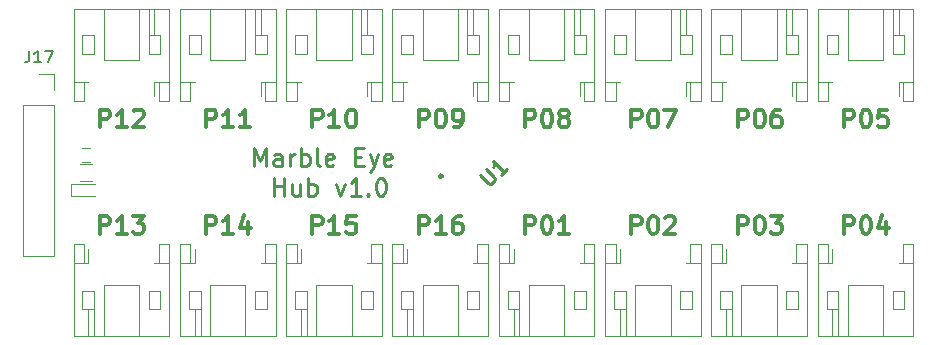
<source format=gbr>
G04 #@! TF.GenerationSoftware,KiCad,Pcbnew,(5.1.2)-1*
G04 #@! TF.CreationDate,2020-06-07T14:36:20+02:00*
G04 #@! TF.ProjectId,sensor-board,73656e73-6f72-42d6-926f-6172642e6b69,rev?*
G04 #@! TF.SameCoordinates,Original*
G04 #@! TF.FileFunction,Legend,Top*
G04 #@! TF.FilePolarity,Positive*
%FSLAX46Y46*%
G04 Gerber Fmt 4.6, Leading zero omitted, Abs format (unit mm)*
G04 Created by KiCad (PCBNEW (5.1.2)-1) date 2020-06-07 14:36:20*
%MOMM*%
%LPD*%
G04 APERTURE LIST*
%ADD10C,0.250000*%
%ADD11C,0.300000*%
%ADD12C,0.120000*%
%ADD13C,0.254000*%
%ADD14C,0.150000*%
G04 APERTURE END LIST*
D10*
X96223142Y-88455571D02*
X96223142Y-86955571D01*
X96723142Y-88027000D01*
X97223142Y-86955571D01*
X97223142Y-88455571D01*
X98580285Y-88455571D02*
X98580285Y-87669857D01*
X98508857Y-87527000D01*
X98366000Y-87455571D01*
X98080285Y-87455571D01*
X97937428Y-87527000D01*
X98580285Y-88384142D02*
X98437428Y-88455571D01*
X98080285Y-88455571D01*
X97937428Y-88384142D01*
X97866000Y-88241285D01*
X97866000Y-88098428D01*
X97937428Y-87955571D01*
X98080285Y-87884142D01*
X98437428Y-87884142D01*
X98580285Y-87812714D01*
X99294571Y-88455571D02*
X99294571Y-87455571D01*
X99294571Y-87741285D02*
X99366000Y-87598428D01*
X99437428Y-87527000D01*
X99580285Y-87455571D01*
X99723142Y-87455571D01*
X100223142Y-88455571D02*
X100223142Y-86955571D01*
X100223142Y-87527000D02*
X100366000Y-87455571D01*
X100651714Y-87455571D01*
X100794571Y-87527000D01*
X100866000Y-87598428D01*
X100937428Y-87741285D01*
X100937428Y-88169857D01*
X100866000Y-88312714D01*
X100794571Y-88384142D01*
X100651714Y-88455571D01*
X100366000Y-88455571D01*
X100223142Y-88384142D01*
X101794571Y-88455571D02*
X101651714Y-88384142D01*
X101580285Y-88241285D01*
X101580285Y-86955571D01*
X102937428Y-88384142D02*
X102794571Y-88455571D01*
X102508857Y-88455571D01*
X102366000Y-88384142D01*
X102294571Y-88241285D01*
X102294571Y-87669857D01*
X102366000Y-87527000D01*
X102508857Y-87455571D01*
X102794571Y-87455571D01*
X102937428Y-87527000D01*
X103008857Y-87669857D01*
X103008857Y-87812714D01*
X102294571Y-87955571D01*
X104794571Y-87669857D02*
X105294571Y-87669857D01*
X105508857Y-88455571D02*
X104794571Y-88455571D01*
X104794571Y-86955571D01*
X105508857Y-86955571D01*
X106008857Y-87455571D02*
X106366000Y-88455571D01*
X106723142Y-87455571D02*
X106366000Y-88455571D01*
X106223142Y-88812714D01*
X106151714Y-88884142D01*
X106008857Y-88955571D01*
X107866000Y-88384142D02*
X107723142Y-88455571D01*
X107437428Y-88455571D01*
X107294571Y-88384142D01*
X107223142Y-88241285D01*
X107223142Y-87669857D01*
X107294571Y-87527000D01*
X107437428Y-87455571D01*
X107723142Y-87455571D01*
X107866000Y-87527000D01*
X107937428Y-87669857D01*
X107937428Y-87812714D01*
X107223142Y-87955571D01*
X97901714Y-90955571D02*
X97901714Y-89455571D01*
X97901714Y-90169857D02*
X98758857Y-90169857D01*
X98758857Y-90955571D02*
X98758857Y-89455571D01*
X100116000Y-89955571D02*
X100116000Y-90955571D01*
X99473142Y-89955571D02*
X99473142Y-90741285D01*
X99544571Y-90884142D01*
X99687428Y-90955571D01*
X99901714Y-90955571D01*
X100044571Y-90884142D01*
X100116000Y-90812714D01*
X100830285Y-90955571D02*
X100830285Y-89455571D01*
X100830285Y-90027000D02*
X100973142Y-89955571D01*
X101258857Y-89955571D01*
X101401714Y-90027000D01*
X101473142Y-90098428D01*
X101544571Y-90241285D01*
X101544571Y-90669857D01*
X101473142Y-90812714D01*
X101401714Y-90884142D01*
X101258857Y-90955571D01*
X100973142Y-90955571D01*
X100830285Y-90884142D01*
X103187428Y-89955571D02*
X103544571Y-90955571D01*
X103901714Y-89955571D01*
X105258857Y-90955571D02*
X104401714Y-90955571D01*
X104830285Y-90955571D02*
X104830285Y-89455571D01*
X104687428Y-89669857D01*
X104544571Y-89812714D01*
X104401714Y-89884142D01*
X105901714Y-90812714D02*
X105973142Y-90884142D01*
X105901714Y-90955571D01*
X105830285Y-90884142D01*
X105901714Y-90812714D01*
X105901714Y-90955571D01*
X106901714Y-89455571D02*
X107044571Y-89455571D01*
X107187428Y-89527000D01*
X107258857Y-89598428D01*
X107330285Y-89741285D01*
X107401714Y-90027000D01*
X107401714Y-90384142D01*
X107330285Y-90669857D01*
X107258857Y-90812714D01*
X107187428Y-90884142D01*
X107044571Y-90955571D01*
X106901714Y-90955571D01*
X106758857Y-90884142D01*
X106687428Y-90812714D01*
X106616000Y-90669857D01*
X106544571Y-90384142D01*
X106544571Y-90027000D01*
X106616000Y-89741285D01*
X106687428Y-89598428D01*
X106758857Y-89527000D01*
X106901714Y-89455571D01*
D11*
X110178571Y-94178571D02*
X110178571Y-92678571D01*
X110750000Y-92678571D01*
X110892857Y-92750000D01*
X110964285Y-92821428D01*
X111035714Y-92964285D01*
X111035714Y-93178571D01*
X110964285Y-93321428D01*
X110892857Y-93392857D01*
X110750000Y-93464285D01*
X110178571Y-93464285D01*
X112464285Y-94178571D02*
X111607142Y-94178571D01*
X112035714Y-94178571D02*
X112035714Y-92678571D01*
X111892857Y-92892857D01*
X111750000Y-93035714D01*
X111607142Y-93107142D01*
X113750000Y-92678571D02*
X113464285Y-92678571D01*
X113321428Y-92750000D01*
X113250000Y-92821428D01*
X113107142Y-93035714D01*
X113035714Y-93321428D01*
X113035714Y-93892857D01*
X113107142Y-94035714D01*
X113178571Y-94107142D01*
X113321428Y-94178571D01*
X113607142Y-94178571D01*
X113750000Y-94107142D01*
X113821428Y-94035714D01*
X113892857Y-93892857D01*
X113892857Y-93535714D01*
X113821428Y-93392857D01*
X113750000Y-93321428D01*
X113607142Y-93250000D01*
X113321428Y-93250000D01*
X113178571Y-93321428D01*
X113107142Y-93392857D01*
X113035714Y-93535714D01*
X146178571Y-85178571D02*
X146178571Y-83678571D01*
X146750000Y-83678571D01*
X146892857Y-83750000D01*
X146964285Y-83821428D01*
X147035714Y-83964285D01*
X147035714Y-84178571D01*
X146964285Y-84321428D01*
X146892857Y-84392857D01*
X146750000Y-84464285D01*
X146178571Y-84464285D01*
X147964285Y-83678571D02*
X148107142Y-83678571D01*
X148250000Y-83750000D01*
X148321428Y-83821428D01*
X148392857Y-83964285D01*
X148464285Y-84250000D01*
X148464285Y-84607142D01*
X148392857Y-84892857D01*
X148321428Y-85035714D01*
X148250000Y-85107142D01*
X148107142Y-85178571D01*
X147964285Y-85178571D01*
X147821428Y-85107142D01*
X147750000Y-85035714D01*
X147678571Y-84892857D01*
X147607142Y-84607142D01*
X147607142Y-84250000D01*
X147678571Y-83964285D01*
X147750000Y-83821428D01*
X147821428Y-83750000D01*
X147964285Y-83678571D01*
X149821428Y-83678571D02*
X149107142Y-83678571D01*
X149035714Y-84392857D01*
X149107142Y-84321428D01*
X149250000Y-84250000D01*
X149607142Y-84250000D01*
X149750000Y-84321428D01*
X149821428Y-84392857D01*
X149892857Y-84535714D01*
X149892857Y-84892857D01*
X149821428Y-85035714D01*
X149750000Y-85107142D01*
X149607142Y-85178571D01*
X149250000Y-85178571D01*
X149107142Y-85107142D01*
X149035714Y-85035714D01*
X137178571Y-85178571D02*
X137178571Y-83678571D01*
X137750000Y-83678571D01*
X137892857Y-83750000D01*
X137964285Y-83821428D01*
X138035714Y-83964285D01*
X138035714Y-84178571D01*
X137964285Y-84321428D01*
X137892857Y-84392857D01*
X137750000Y-84464285D01*
X137178571Y-84464285D01*
X138964285Y-83678571D02*
X139107142Y-83678571D01*
X139250000Y-83750000D01*
X139321428Y-83821428D01*
X139392857Y-83964285D01*
X139464285Y-84250000D01*
X139464285Y-84607142D01*
X139392857Y-84892857D01*
X139321428Y-85035714D01*
X139250000Y-85107142D01*
X139107142Y-85178571D01*
X138964285Y-85178571D01*
X138821428Y-85107142D01*
X138750000Y-85035714D01*
X138678571Y-84892857D01*
X138607142Y-84607142D01*
X138607142Y-84250000D01*
X138678571Y-83964285D01*
X138750000Y-83821428D01*
X138821428Y-83750000D01*
X138964285Y-83678571D01*
X140750000Y-83678571D02*
X140464285Y-83678571D01*
X140321428Y-83750000D01*
X140250000Y-83821428D01*
X140107142Y-84035714D01*
X140035714Y-84321428D01*
X140035714Y-84892857D01*
X140107142Y-85035714D01*
X140178571Y-85107142D01*
X140321428Y-85178571D01*
X140607142Y-85178571D01*
X140750000Y-85107142D01*
X140821428Y-85035714D01*
X140892857Y-84892857D01*
X140892857Y-84535714D01*
X140821428Y-84392857D01*
X140750000Y-84321428D01*
X140607142Y-84250000D01*
X140321428Y-84250000D01*
X140178571Y-84321428D01*
X140107142Y-84392857D01*
X140035714Y-84535714D01*
X128178571Y-85178571D02*
X128178571Y-83678571D01*
X128750000Y-83678571D01*
X128892857Y-83750000D01*
X128964285Y-83821428D01*
X129035714Y-83964285D01*
X129035714Y-84178571D01*
X128964285Y-84321428D01*
X128892857Y-84392857D01*
X128750000Y-84464285D01*
X128178571Y-84464285D01*
X129964285Y-83678571D02*
X130107142Y-83678571D01*
X130250000Y-83750000D01*
X130321428Y-83821428D01*
X130392857Y-83964285D01*
X130464285Y-84250000D01*
X130464285Y-84607142D01*
X130392857Y-84892857D01*
X130321428Y-85035714D01*
X130250000Y-85107142D01*
X130107142Y-85178571D01*
X129964285Y-85178571D01*
X129821428Y-85107142D01*
X129750000Y-85035714D01*
X129678571Y-84892857D01*
X129607142Y-84607142D01*
X129607142Y-84250000D01*
X129678571Y-83964285D01*
X129750000Y-83821428D01*
X129821428Y-83750000D01*
X129964285Y-83678571D01*
X130964285Y-83678571D02*
X131964285Y-83678571D01*
X131321428Y-85178571D01*
X119178571Y-85178571D02*
X119178571Y-83678571D01*
X119750000Y-83678571D01*
X119892857Y-83750000D01*
X119964285Y-83821428D01*
X120035714Y-83964285D01*
X120035714Y-84178571D01*
X119964285Y-84321428D01*
X119892857Y-84392857D01*
X119750000Y-84464285D01*
X119178571Y-84464285D01*
X120964285Y-83678571D02*
X121107142Y-83678571D01*
X121250000Y-83750000D01*
X121321428Y-83821428D01*
X121392857Y-83964285D01*
X121464285Y-84250000D01*
X121464285Y-84607142D01*
X121392857Y-84892857D01*
X121321428Y-85035714D01*
X121250000Y-85107142D01*
X121107142Y-85178571D01*
X120964285Y-85178571D01*
X120821428Y-85107142D01*
X120750000Y-85035714D01*
X120678571Y-84892857D01*
X120607142Y-84607142D01*
X120607142Y-84250000D01*
X120678571Y-83964285D01*
X120750000Y-83821428D01*
X120821428Y-83750000D01*
X120964285Y-83678571D01*
X122321428Y-84321428D02*
X122178571Y-84250000D01*
X122107142Y-84178571D01*
X122035714Y-84035714D01*
X122035714Y-83964285D01*
X122107142Y-83821428D01*
X122178571Y-83750000D01*
X122321428Y-83678571D01*
X122607142Y-83678571D01*
X122750000Y-83750000D01*
X122821428Y-83821428D01*
X122892857Y-83964285D01*
X122892857Y-84035714D01*
X122821428Y-84178571D01*
X122750000Y-84250000D01*
X122607142Y-84321428D01*
X122321428Y-84321428D01*
X122178571Y-84392857D01*
X122107142Y-84464285D01*
X122035714Y-84607142D01*
X122035714Y-84892857D01*
X122107142Y-85035714D01*
X122178571Y-85107142D01*
X122321428Y-85178571D01*
X122607142Y-85178571D01*
X122750000Y-85107142D01*
X122821428Y-85035714D01*
X122892857Y-84892857D01*
X122892857Y-84607142D01*
X122821428Y-84464285D01*
X122750000Y-84392857D01*
X122607142Y-84321428D01*
X110178571Y-85178571D02*
X110178571Y-83678571D01*
X110750000Y-83678571D01*
X110892857Y-83750000D01*
X110964285Y-83821428D01*
X111035714Y-83964285D01*
X111035714Y-84178571D01*
X110964285Y-84321428D01*
X110892857Y-84392857D01*
X110750000Y-84464285D01*
X110178571Y-84464285D01*
X111964285Y-83678571D02*
X112107142Y-83678571D01*
X112250000Y-83750000D01*
X112321428Y-83821428D01*
X112392857Y-83964285D01*
X112464285Y-84250000D01*
X112464285Y-84607142D01*
X112392857Y-84892857D01*
X112321428Y-85035714D01*
X112250000Y-85107142D01*
X112107142Y-85178571D01*
X111964285Y-85178571D01*
X111821428Y-85107142D01*
X111750000Y-85035714D01*
X111678571Y-84892857D01*
X111607142Y-84607142D01*
X111607142Y-84250000D01*
X111678571Y-83964285D01*
X111750000Y-83821428D01*
X111821428Y-83750000D01*
X111964285Y-83678571D01*
X113178571Y-85178571D02*
X113464285Y-85178571D01*
X113607142Y-85107142D01*
X113678571Y-85035714D01*
X113821428Y-84821428D01*
X113892857Y-84535714D01*
X113892857Y-83964285D01*
X113821428Y-83821428D01*
X113750000Y-83750000D01*
X113607142Y-83678571D01*
X113321428Y-83678571D01*
X113178571Y-83750000D01*
X113107142Y-83821428D01*
X113035714Y-83964285D01*
X113035714Y-84321428D01*
X113107142Y-84464285D01*
X113178571Y-84535714D01*
X113321428Y-84607142D01*
X113607142Y-84607142D01*
X113750000Y-84535714D01*
X113821428Y-84464285D01*
X113892857Y-84321428D01*
X101178571Y-85178571D02*
X101178571Y-83678571D01*
X101750000Y-83678571D01*
X101892857Y-83750000D01*
X101964285Y-83821428D01*
X102035714Y-83964285D01*
X102035714Y-84178571D01*
X101964285Y-84321428D01*
X101892857Y-84392857D01*
X101750000Y-84464285D01*
X101178571Y-84464285D01*
X103464285Y-85178571D02*
X102607142Y-85178571D01*
X103035714Y-85178571D02*
X103035714Y-83678571D01*
X102892857Y-83892857D01*
X102750000Y-84035714D01*
X102607142Y-84107142D01*
X104392857Y-83678571D02*
X104535714Y-83678571D01*
X104678571Y-83750000D01*
X104750000Y-83821428D01*
X104821428Y-83964285D01*
X104892857Y-84250000D01*
X104892857Y-84607142D01*
X104821428Y-84892857D01*
X104750000Y-85035714D01*
X104678571Y-85107142D01*
X104535714Y-85178571D01*
X104392857Y-85178571D01*
X104250000Y-85107142D01*
X104178571Y-85035714D01*
X104107142Y-84892857D01*
X104035714Y-84607142D01*
X104035714Y-84250000D01*
X104107142Y-83964285D01*
X104178571Y-83821428D01*
X104250000Y-83750000D01*
X104392857Y-83678571D01*
X92178571Y-85178571D02*
X92178571Y-83678571D01*
X92750000Y-83678571D01*
X92892857Y-83750000D01*
X92964285Y-83821428D01*
X93035714Y-83964285D01*
X93035714Y-84178571D01*
X92964285Y-84321428D01*
X92892857Y-84392857D01*
X92750000Y-84464285D01*
X92178571Y-84464285D01*
X94464285Y-85178571D02*
X93607142Y-85178571D01*
X94035714Y-85178571D02*
X94035714Y-83678571D01*
X93892857Y-83892857D01*
X93750000Y-84035714D01*
X93607142Y-84107142D01*
X95892857Y-85178571D02*
X95035714Y-85178571D01*
X95464285Y-85178571D02*
X95464285Y-83678571D01*
X95321428Y-83892857D01*
X95178571Y-84035714D01*
X95035714Y-84107142D01*
X83178571Y-85178571D02*
X83178571Y-83678571D01*
X83750000Y-83678571D01*
X83892857Y-83750000D01*
X83964285Y-83821428D01*
X84035714Y-83964285D01*
X84035714Y-84178571D01*
X83964285Y-84321428D01*
X83892857Y-84392857D01*
X83750000Y-84464285D01*
X83178571Y-84464285D01*
X85464285Y-85178571D02*
X84607142Y-85178571D01*
X85035714Y-85178571D02*
X85035714Y-83678571D01*
X84892857Y-83892857D01*
X84750000Y-84035714D01*
X84607142Y-84107142D01*
X86035714Y-83821428D02*
X86107142Y-83750000D01*
X86250000Y-83678571D01*
X86607142Y-83678571D01*
X86750000Y-83750000D01*
X86821428Y-83821428D01*
X86892857Y-83964285D01*
X86892857Y-84107142D01*
X86821428Y-84321428D01*
X85964285Y-85178571D01*
X86892857Y-85178571D01*
X83178571Y-94178571D02*
X83178571Y-92678571D01*
X83750000Y-92678571D01*
X83892857Y-92750000D01*
X83964285Y-92821428D01*
X84035714Y-92964285D01*
X84035714Y-93178571D01*
X83964285Y-93321428D01*
X83892857Y-93392857D01*
X83750000Y-93464285D01*
X83178571Y-93464285D01*
X85464285Y-94178571D02*
X84607142Y-94178571D01*
X85035714Y-94178571D02*
X85035714Y-92678571D01*
X84892857Y-92892857D01*
X84750000Y-93035714D01*
X84607142Y-93107142D01*
X85964285Y-92678571D02*
X86892857Y-92678571D01*
X86392857Y-93250000D01*
X86607142Y-93250000D01*
X86750000Y-93321428D01*
X86821428Y-93392857D01*
X86892857Y-93535714D01*
X86892857Y-93892857D01*
X86821428Y-94035714D01*
X86750000Y-94107142D01*
X86607142Y-94178571D01*
X86178571Y-94178571D01*
X86035714Y-94107142D01*
X85964285Y-94035714D01*
X92178571Y-94178571D02*
X92178571Y-92678571D01*
X92750000Y-92678571D01*
X92892857Y-92750000D01*
X92964285Y-92821428D01*
X93035714Y-92964285D01*
X93035714Y-93178571D01*
X92964285Y-93321428D01*
X92892857Y-93392857D01*
X92750000Y-93464285D01*
X92178571Y-93464285D01*
X94464285Y-94178571D02*
X93607142Y-94178571D01*
X94035714Y-94178571D02*
X94035714Y-92678571D01*
X93892857Y-92892857D01*
X93750000Y-93035714D01*
X93607142Y-93107142D01*
X95750000Y-93178571D02*
X95750000Y-94178571D01*
X95392857Y-92607142D02*
X95035714Y-93678571D01*
X95964285Y-93678571D01*
X101178571Y-94178571D02*
X101178571Y-92678571D01*
X101750000Y-92678571D01*
X101892857Y-92750000D01*
X101964285Y-92821428D01*
X102035714Y-92964285D01*
X102035714Y-93178571D01*
X101964285Y-93321428D01*
X101892857Y-93392857D01*
X101750000Y-93464285D01*
X101178571Y-93464285D01*
X103464285Y-94178571D02*
X102607142Y-94178571D01*
X103035714Y-94178571D02*
X103035714Y-92678571D01*
X102892857Y-92892857D01*
X102750000Y-93035714D01*
X102607142Y-93107142D01*
X104821428Y-92678571D02*
X104107142Y-92678571D01*
X104035714Y-93392857D01*
X104107142Y-93321428D01*
X104250000Y-93250000D01*
X104607142Y-93250000D01*
X104750000Y-93321428D01*
X104821428Y-93392857D01*
X104892857Y-93535714D01*
X104892857Y-93892857D01*
X104821428Y-94035714D01*
X104750000Y-94107142D01*
X104607142Y-94178571D01*
X104250000Y-94178571D01*
X104107142Y-94107142D01*
X104035714Y-94035714D01*
X146178571Y-94178571D02*
X146178571Y-92678571D01*
X146750000Y-92678571D01*
X146892857Y-92750000D01*
X146964285Y-92821428D01*
X147035714Y-92964285D01*
X147035714Y-93178571D01*
X146964285Y-93321428D01*
X146892857Y-93392857D01*
X146750000Y-93464285D01*
X146178571Y-93464285D01*
X147964285Y-92678571D02*
X148107142Y-92678571D01*
X148250000Y-92750000D01*
X148321428Y-92821428D01*
X148392857Y-92964285D01*
X148464285Y-93250000D01*
X148464285Y-93607142D01*
X148392857Y-93892857D01*
X148321428Y-94035714D01*
X148250000Y-94107142D01*
X148107142Y-94178571D01*
X147964285Y-94178571D01*
X147821428Y-94107142D01*
X147750000Y-94035714D01*
X147678571Y-93892857D01*
X147607142Y-93607142D01*
X147607142Y-93250000D01*
X147678571Y-92964285D01*
X147750000Y-92821428D01*
X147821428Y-92750000D01*
X147964285Y-92678571D01*
X149750000Y-93178571D02*
X149750000Y-94178571D01*
X149392857Y-92607142D02*
X149035714Y-93678571D01*
X149964285Y-93678571D01*
X137178571Y-94178571D02*
X137178571Y-92678571D01*
X137750000Y-92678571D01*
X137892857Y-92750000D01*
X137964285Y-92821428D01*
X138035714Y-92964285D01*
X138035714Y-93178571D01*
X137964285Y-93321428D01*
X137892857Y-93392857D01*
X137750000Y-93464285D01*
X137178571Y-93464285D01*
X138964285Y-92678571D02*
X139107142Y-92678571D01*
X139250000Y-92750000D01*
X139321428Y-92821428D01*
X139392857Y-92964285D01*
X139464285Y-93250000D01*
X139464285Y-93607142D01*
X139392857Y-93892857D01*
X139321428Y-94035714D01*
X139250000Y-94107142D01*
X139107142Y-94178571D01*
X138964285Y-94178571D01*
X138821428Y-94107142D01*
X138750000Y-94035714D01*
X138678571Y-93892857D01*
X138607142Y-93607142D01*
X138607142Y-93250000D01*
X138678571Y-92964285D01*
X138750000Y-92821428D01*
X138821428Y-92750000D01*
X138964285Y-92678571D01*
X139964285Y-92678571D02*
X140892857Y-92678571D01*
X140392857Y-93250000D01*
X140607142Y-93250000D01*
X140750000Y-93321428D01*
X140821428Y-93392857D01*
X140892857Y-93535714D01*
X140892857Y-93892857D01*
X140821428Y-94035714D01*
X140750000Y-94107142D01*
X140607142Y-94178571D01*
X140178571Y-94178571D01*
X140035714Y-94107142D01*
X139964285Y-94035714D01*
X128178571Y-94178571D02*
X128178571Y-92678571D01*
X128750000Y-92678571D01*
X128892857Y-92750000D01*
X128964285Y-92821428D01*
X129035714Y-92964285D01*
X129035714Y-93178571D01*
X128964285Y-93321428D01*
X128892857Y-93392857D01*
X128750000Y-93464285D01*
X128178571Y-93464285D01*
X129964285Y-92678571D02*
X130107142Y-92678571D01*
X130250000Y-92750000D01*
X130321428Y-92821428D01*
X130392857Y-92964285D01*
X130464285Y-93250000D01*
X130464285Y-93607142D01*
X130392857Y-93892857D01*
X130321428Y-94035714D01*
X130250000Y-94107142D01*
X130107142Y-94178571D01*
X129964285Y-94178571D01*
X129821428Y-94107142D01*
X129750000Y-94035714D01*
X129678571Y-93892857D01*
X129607142Y-93607142D01*
X129607142Y-93250000D01*
X129678571Y-92964285D01*
X129750000Y-92821428D01*
X129821428Y-92750000D01*
X129964285Y-92678571D01*
X131035714Y-92821428D02*
X131107142Y-92750000D01*
X131250000Y-92678571D01*
X131607142Y-92678571D01*
X131750000Y-92750000D01*
X131821428Y-92821428D01*
X131892857Y-92964285D01*
X131892857Y-93107142D01*
X131821428Y-93321428D01*
X130964285Y-94178571D01*
X131892857Y-94178571D01*
X119178571Y-94178571D02*
X119178571Y-92678571D01*
X119750000Y-92678571D01*
X119892857Y-92750000D01*
X119964285Y-92821428D01*
X120035714Y-92964285D01*
X120035714Y-93178571D01*
X119964285Y-93321428D01*
X119892857Y-93392857D01*
X119750000Y-93464285D01*
X119178571Y-93464285D01*
X120964285Y-92678571D02*
X121107142Y-92678571D01*
X121250000Y-92750000D01*
X121321428Y-92821428D01*
X121392857Y-92964285D01*
X121464285Y-93250000D01*
X121464285Y-93607142D01*
X121392857Y-93892857D01*
X121321428Y-94035714D01*
X121250000Y-94107142D01*
X121107142Y-94178571D01*
X120964285Y-94178571D01*
X120821428Y-94107142D01*
X120750000Y-94035714D01*
X120678571Y-93892857D01*
X120607142Y-93607142D01*
X120607142Y-93250000D01*
X120678571Y-92964285D01*
X120750000Y-92821428D01*
X120821428Y-92750000D01*
X120964285Y-92678571D01*
X122892857Y-94178571D02*
X122035714Y-94178571D01*
X122464285Y-94178571D02*
X122464285Y-92678571D01*
X122321428Y-92892857D01*
X122178571Y-93035714D01*
X122035714Y-93107142D01*
D12*
X78000000Y-80670000D02*
X79330000Y-80670000D01*
X79330000Y-80670000D02*
X79330000Y-82000000D01*
X79330000Y-83270000D02*
X79330000Y-96030000D01*
X76670000Y-96030000D02*
X79330000Y-96030000D01*
X76670000Y-83270000D02*
X76670000Y-96030000D01*
X76670000Y-83270000D02*
X79330000Y-83270000D01*
X86500000Y-75150000D02*
X86500000Y-79500000D01*
X86500000Y-79500000D02*
X83500000Y-79500000D01*
X83500000Y-79500000D02*
X83500000Y-75150000D01*
X87800000Y-81350000D02*
X88150000Y-81350000D01*
X88150000Y-81350000D02*
X88150000Y-82950000D01*
X88150000Y-82950000D02*
X89050000Y-82950000D01*
X89050000Y-82950000D02*
X89050000Y-75150000D01*
X89050000Y-75150000D02*
X80950000Y-75150000D01*
X80950000Y-75150000D02*
X80950000Y-82950000D01*
X80950000Y-82950000D02*
X81850000Y-82950000D01*
X81850000Y-82950000D02*
X81850000Y-81350000D01*
X81850000Y-81350000D02*
X82200000Y-81350000D01*
X89050000Y-81350000D02*
X88150000Y-81350000D01*
X80950000Y-81350000D02*
X81850000Y-81350000D01*
X88300000Y-79000000D02*
X88300000Y-77400000D01*
X88300000Y-77400000D02*
X87300000Y-77400000D01*
X87300000Y-77400000D02*
X87300000Y-79000000D01*
X87300000Y-79000000D02*
X88300000Y-79000000D01*
X81700000Y-79000000D02*
X81700000Y-77400000D01*
X81700000Y-77400000D02*
X82700000Y-77400000D01*
X82700000Y-77400000D02*
X82700000Y-79000000D01*
X82700000Y-79000000D02*
X81700000Y-79000000D01*
X87300000Y-77400000D02*
X87300000Y-75150000D01*
X87800000Y-77400000D02*
X87800000Y-75150000D01*
X87800000Y-81350000D02*
X87800000Y-82550000D01*
X80700000Y-90000000D02*
X80700000Y-91000000D01*
X80700000Y-91000000D02*
X82800000Y-91000000D01*
X80700000Y-90000000D02*
X82800000Y-90000000D01*
X81500000Y-88320000D02*
X82500000Y-88320000D01*
X82500000Y-89680000D02*
X81500000Y-89680000D01*
D13*
X112208081Y-89317844D02*
G75*
G03X112208081Y-89317844I-162500J0D01*
G01*
D12*
X110500000Y-102850000D02*
X110500000Y-98500000D01*
X110500000Y-98500000D02*
X113500000Y-98500000D01*
X113500000Y-98500000D02*
X113500000Y-102850000D01*
X109200000Y-96650000D02*
X108850000Y-96650000D01*
X108850000Y-96650000D02*
X108850000Y-95050000D01*
X108850000Y-95050000D02*
X107950000Y-95050000D01*
X107950000Y-95050000D02*
X107950000Y-102850000D01*
X107950000Y-102850000D02*
X116050000Y-102850000D01*
X116050000Y-102850000D02*
X116050000Y-95050000D01*
X116050000Y-95050000D02*
X115150000Y-95050000D01*
X115150000Y-95050000D02*
X115150000Y-96650000D01*
X115150000Y-96650000D02*
X114800000Y-96650000D01*
X107950000Y-96650000D02*
X108850000Y-96650000D01*
X116050000Y-96650000D02*
X115150000Y-96650000D01*
X108700000Y-99000000D02*
X108700000Y-100600000D01*
X108700000Y-100600000D02*
X109700000Y-100600000D01*
X109700000Y-100600000D02*
X109700000Y-99000000D01*
X109700000Y-99000000D02*
X108700000Y-99000000D01*
X115300000Y-99000000D02*
X115300000Y-100600000D01*
X115300000Y-100600000D02*
X114300000Y-100600000D01*
X114300000Y-100600000D02*
X114300000Y-99000000D01*
X114300000Y-99000000D02*
X115300000Y-99000000D01*
X109700000Y-100600000D02*
X109700000Y-102850000D01*
X109200000Y-100600000D02*
X109200000Y-102850000D01*
X109200000Y-96650000D02*
X109200000Y-95450000D01*
X101500000Y-102850000D02*
X101500000Y-98500000D01*
X101500000Y-98500000D02*
X104500000Y-98500000D01*
X104500000Y-98500000D02*
X104500000Y-102850000D01*
X100200000Y-96650000D02*
X99850000Y-96650000D01*
X99850000Y-96650000D02*
X99850000Y-95050000D01*
X99850000Y-95050000D02*
X98950000Y-95050000D01*
X98950000Y-95050000D02*
X98950000Y-102850000D01*
X98950000Y-102850000D02*
X107050000Y-102850000D01*
X107050000Y-102850000D02*
X107050000Y-95050000D01*
X107050000Y-95050000D02*
X106150000Y-95050000D01*
X106150000Y-95050000D02*
X106150000Y-96650000D01*
X106150000Y-96650000D02*
X105800000Y-96650000D01*
X98950000Y-96650000D02*
X99850000Y-96650000D01*
X107050000Y-96650000D02*
X106150000Y-96650000D01*
X99700000Y-99000000D02*
X99700000Y-100600000D01*
X99700000Y-100600000D02*
X100700000Y-100600000D01*
X100700000Y-100600000D02*
X100700000Y-99000000D01*
X100700000Y-99000000D02*
X99700000Y-99000000D01*
X106300000Y-99000000D02*
X106300000Y-100600000D01*
X106300000Y-100600000D02*
X105300000Y-100600000D01*
X105300000Y-100600000D02*
X105300000Y-99000000D01*
X105300000Y-99000000D02*
X106300000Y-99000000D01*
X100700000Y-100600000D02*
X100700000Y-102850000D01*
X100200000Y-100600000D02*
X100200000Y-102850000D01*
X100200000Y-96650000D02*
X100200000Y-95450000D01*
X92500000Y-102850000D02*
X92500000Y-98500000D01*
X92500000Y-98500000D02*
X95500000Y-98500000D01*
X95500000Y-98500000D02*
X95500000Y-102850000D01*
X91200000Y-96650000D02*
X90850000Y-96650000D01*
X90850000Y-96650000D02*
X90850000Y-95050000D01*
X90850000Y-95050000D02*
X89950000Y-95050000D01*
X89950000Y-95050000D02*
X89950000Y-102850000D01*
X89950000Y-102850000D02*
X98050000Y-102850000D01*
X98050000Y-102850000D02*
X98050000Y-95050000D01*
X98050000Y-95050000D02*
X97150000Y-95050000D01*
X97150000Y-95050000D02*
X97150000Y-96650000D01*
X97150000Y-96650000D02*
X96800000Y-96650000D01*
X89950000Y-96650000D02*
X90850000Y-96650000D01*
X98050000Y-96650000D02*
X97150000Y-96650000D01*
X90700000Y-99000000D02*
X90700000Y-100600000D01*
X90700000Y-100600000D02*
X91700000Y-100600000D01*
X91700000Y-100600000D02*
X91700000Y-99000000D01*
X91700000Y-99000000D02*
X90700000Y-99000000D01*
X97300000Y-99000000D02*
X97300000Y-100600000D01*
X97300000Y-100600000D02*
X96300000Y-100600000D01*
X96300000Y-100600000D02*
X96300000Y-99000000D01*
X96300000Y-99000000D02*
X97300000Y-99000000D01*
X91700000Y-100600000D02*
X91700000Y-102850000D01*
X91200000Y-100600000D02*
X91200000Y-102850000D01*
X91200000Y-96650000D02*
X91200000Y-95450000D01*
X83500000Y-102850000D02*
X83500000Y-98500000D01*
X83500000Y-98500000D02*
X86500000Y-98500000D01*
X86500000Y-98500000D02*
X86500000Y-102850000D01*
X82200000Y-96650000D02*
X81850000Y-96650000D01*
X81850000Y-96650000D02*
X81850000Y-95050000D01*
X81850000Y-95050000D02*
X80950000Y-95050000D01*
X80950000Y-95050000D02*
X80950000Y-102850000D01*
X80950000Y-102850000D02*
X89050000Y-102850000D01*
X89050000Y-102850000D02*
X89050000Y-95050000D01*
X89050000Y-95050000D02*
X88150000Y-95050000D01*
X88150000Y-95050000D02*
X88150000Y-96650000D01*
X88150000Y-96650000D02*
X87800000Y-96650000D01*
X80950000Y-96650000D02*
X81850000Y-96650000D01*
X89050000Y-96650000D02*
X88150000Y-96650000D01*
X81700000Y-99000000D02*
X81700000Y-100600000D01*
X81700000Y-100600000D02*
X82700000Y-100600000D01*
X82700000Y-100600000D02*
X82700000Y-99000000D01*
X82700000Y-99000000D02*
X81700000Y-99000000D01*
X88300000Y-99000000D02*
X88300000Y-100600000D01*
X88300000Y-100600000D02*
X87300000Y-100600000D01*
X87300000Y-100600000D02*
X87300000Y-99000000D01*
X87300000Y-99000000D02*
X88300000Y-99000000D01*
X82700000Y-100600000D02*
X82700000Y-102850000D01*
X82200000Y-100600000D02*
X82200000Y-102850000D01*
X82200000Y-96650000D02*
X82200000Y-95450000D01*
X95500000Y-75150000D02*
X95500000Y-79500000D01*
X95500000Y-79500000D02*
X92500000Y-79500000D01*
X92500000Y-79500000D02*
X92500000Y-75150000D01*
X96800000Y-81350000D02*
X97150000Y-81350000D01*
X97150000Y-81350000D02*
X97150000Y-82950000D01*
X97150000Y-82950000D02*
X98050000Y-82950000D01*
X98050000Y-82950000D02*
X98050000Y-75150000D01*
X98050000Y-75150000D02*
X89950000Y-75150000D01*
X89950000Y-75150000D02*
X89950000Y-82950000D01*
X89950000Y-82950000D02*
X90850000Y-82950000D01*
X90850000Y-82950000D02*
X90850000Y-81350000D01*
X90850000Y-81350000D02*
X91200000Y-81350000D01*
X98050000Y-81350000D02*
X97150000Y-81350000D01*
X89950000Y-81350000D02*
X90850000Y-81350000D01*
X97300000Y-79000000D02*
X97300000Y-77400000D01*
X97300000Y-77400000D02*
X96300000Y-77400000D01*
X96300000Y-77400000D02*
X96300000Y-79000000D01*
X96300000Y-79000000D02*
X97300000Y-79000000D01*
X90700000Y-79000000D02*
X90700000Y-77400000D01*
X90700000Y-77400000D02*
X91700000Y-77400000D01*
X91700000Y-77400000D02*
X91700000Y-79000000D01*
X91700000Y-79000000D02*
X90700000Y-79000000D01*
X96300000Y-77400000D02*
X96300000Y-75150000D01*
X96800000Y-77400000D02*
X96800000Y-75150000D01*
X96800000Y-81350000D02*
X96800000Y-82550000D01*
X104500000Y-75150000D02*
X104500000Y-79500000D01*
X104500000Y-79500000D02*
X101500000Y-79500000D01*
X101500000Y-79500000D02*
X101500000Y-75150000D01*
X105800000Y-81350000D02*
X106150000Y-81350000D01*
X106150000Y-81350000D02*
X106150000Y-82950000D01*
X106150000Y-82950000D02*
X107050000Y-82950000D01*
X107050000Y-82950000D02*
X107050000Y-75150000D01*
X107050000Y-75150000D02*
X98950000Y-75150000D01*
X98950000Y-75150000D02*
X98950000Y-82950000D01*
X98950000Y-82950000D02*
X99850000Y-82950000D01*
X99850000Y-82950000D02*
X99850000Y-81350000D01*
X99850000Y-81350000D02*
X100200000Y-81350000D01*
X107050000Y-81350000D02*
X106150000Y-81350000D01*
X98950000Y-81350000D02*
X99850000Y-81350000D01*
X106300000Y-79000000D02*
X106300000Y-77400000D01*
X106300000Y-77400000D02*
X105300000Y-77400000D01*
X105300000Y-77400000D02*
X105300000Y-79000000D01*
X105300000Y-79000000D02*
X106300000Y-79000000D01*
X99700000Y-79000000D02*
X99700000Y-77400000D01*
X99700000Y-77400000D02*
X100700000Y-77400000D01*
X100700000Y-77400000D02*
X100700000Y-79000000D01*
X100700000Y-79000000D02*
X99700000Y-79000000D01*
X105300000Y-77400000D02*
X105300000Y-75150000D01*
X105800000Y-77400000D02*
X105800000Y-75150000D01*
X105800000Y-81350000D02*
X105800000Y-82550000D01*
X113500000Y-75150000D02*
X113500000Y-79500000D01*
X113500000Y-79500000D02*
X110500000Y-79500000D01*
X110500000Y-79500000D02*
X110500000Y-75150000D01*
X114800000Y-81350000D02*
X115150000Y-81350000D01*
X115150000Y-81350000D02*
X115150000Y-82950000D01*
X115150000Y-82950000D02*
X116050000Y-82950000D01*
X116050000Y-82950000D02*
X116050000Y-75150000D01*
X116050000Y-75150000D02*
X107950000Y-75150000D01*
X107950000Y-75150000D02*
X107950000Y-82950000D01*
X107950000Y-82950000D02*
X108850000Y-82950000D01*
X108850000Y-82950000D02*
X108850000Y-81350000D01*
X108850000Y-81350000D02*
X109200000Y-81350000D01*
X116050000Y-81350000D02*
X115150000Y-81350000D01*
X107950000Y-81350000D02*
X108850000Y-81350000D01*
X115300000Y-79000000D02*
X115300000Y-77400000D01*
X115300000Y-77400000D02*
X114300000Y-77400000D01*
X114300000Y-77400000D02*
X114300000Y-79000000D01*
X114300000Y-79000000D02*
X115300000Y-79000000D01*
X108700000Y-79000000D02*
X108700000Y-77400000D01*
X108700000Y-77400000D02*
X109700000Y-77400000D01*
X109700000Y-77400000D02*
X109700000Y-79000000D01*
X109700000Y-79000000D02*
X108700000Y-79000000D01*
X114300000Y-77400000D02*
X114300000Y-75150000D01*
X114800000Y-77400000D02*
X114800000Y-75150000D01*
X114800000Y-81350000D02*
X114800000Y-82550000D01*
X122500000Y-75150000D02*
X122500000Y-79500000D01*
X122500000Y-79500000D02*
X119500000Y-79500000D01*
X119500000Y-79500000D02*
X119500000Y-75150000D01*
X123800000Y-81350000D02*
X124150000Y-81350000D01*
X124150000Y-81350000D02*
X124150000Y-82950000D01*
X124150000Y-82950000D02*
X125050000Y-82950000D01*
X125050000Y-82950000D02*
X125050000Y-75150000D01*
X125050000Y-75150000D02*
X116950000Y-75150000D01*
X116950000Y-75150000D02*
X116950000Y-82950000D01*
X116950000Y-82950000D02*
X117850000Y-82950000D01*
X117850000Y-82950000D02*
X117850000Y-81350000D01*
X117850000Y-81350000D02*
X118200000Y-81350000D01*
X125050000Y-81350000D02*
X124150000Y-81350000D01*
X116950000Y-81350000D02*
X117850000Y-81350000D01*
X124300000Y-79000000D02*
X124300000Y-77400000D01*
X124300000Y-77400000D02*
X123300000Y-77400000D01*
X123300000Y-77400000D02*
X123300000Y-79000000D01*
X123300000Y-79000000D02*
X124300000Y-79000000D01*
X117700000Y-79000000D02*
X117700000Y-77400000D01*
X117700000Y-77400000D02*
X118700000Y-77400000D01*
X118700000Y-77400000D02*
X118700000Y-79000000D01*
X118700000Y-79000000D02*
X117700000Y-79000000D01*
X123300000Y-77400000D02*
X123300000Y-75150000D01*
X123800000Y-77400000D02*
X123800000Y-75150000D01*
X123800000Y-81350000D02*
X123800000Y-82550000D01*
X131500000Y-75150000D02*
X131500000Y-79500000D01*
X131500000Y-79500000D02*
X128500000Y-79500000D01*
X128500000Y-79500000D02*
X128500000Y-75150000D01*
X132800000Y-81350000D02*
X133150000Y-81350000D01*
X133150000Y-81350000D02*
X133150000Y-82950000D01*
X133150000Y-82950000D02*
X134050000Y-82950000D01*
X134050000Y-82950000D02*
X134050000Y-75150000D01*
X134050000Y-75150000D02*
X125950000Y-75150000D01*
X125950000Y-75150000D02*
X125950000Y-82950000D01*
X125950000Y-82950000D02*
X126850000Y-82950000D01*
X126850000Y-82950000D02*
X126850000Y-81350000D01*
X126850000Y-81350000D02*
X127200000Y-81350000D01*
X134050000Y-81350000D02*
X133150000Y-81350000D01*
X125950000Y-81350000D02*
X126850000Y-81350000D01*
X133300000Y-79000000D02*
X133300000Y-77400000D01*
X133300000Y-77400000D02*
X132300000Y-77400000D01*
X132300000Y-77400000D02*
X132300000Y-79000000D01*
X132300000Y-79000000D02*
X133300000Y-79000000D01*
X126700000Y-79000000D02*
X126700000Y-77400000D01*
X126700000Y-77400000D02*
X127700000Y-77400000D01*
X127700000Y-77400000D02*
X127700000Y-79000000D01*
X127700000Y-79000000D02*
X126700000Y-79000000D01*
X132300000Y-77400000D02*
X132300000Y-75150000D01*
X132800000Y-77400000D02*
X132800000Y-75150000D01*
X132800000Y-81350000D02*
X132800000Y-82550000D01*
X140500000Y-75150000D02*
X140500000Y-79500000D01*
X140500000Y-79500000D02*
X137500000Y-79500000D01*
X137500000Y-79500000D02*
X137500000Y-75150000D01*
X141800000Y-81350000D02*
X142150000Y-81350000D01*
X142150000Y-81350000D02*
X142150000Y-82950000D01*
X142150000Y-82950000D02*
X143050000Y-82950000D01*
X143050000Y-82950000D02*
X143050000Y-75150000D01*
X143050000Y-75150000D02*
X134950000Y-75150000D01*
X134950000Y-75150000D02*
X134950000Y-82950000D01*
X134950000Y-82950000D02*
X135850000Y-82950000D01*
X135850000Y-82950000D02*
X135850000Y-81350000D01*
X135850000Y-81350000D02*
X136200000Y-81350000D01*
X143050000Y-81350000D02*
X142150000Y-81350000D01*
X134950000Y-81350000D02*
X135850000Y-81350000D01*
X142300000Y-79000000D02*
X142300000Y-77400000D01*
X142300000Y-77400000D02*
X141300000Y-77400000D01*
X141300000Y-77400000D02*
X141300000Y-79000000D01*
X141300000Y-79000000D02*
X142300000Y-79000000D01*
X135700000Y-79000000D02*
X135700000Y-77400000D01*
X135700000Y-77400000D02*
X136700000Y-77400000D01*
X136700000Y-77400000D02*
X136700000Y-79000000D01*
X136700000Y-79000000D02*
X135700000Y-79000000D01*
X141300000Y-77400000D02*
X141300000Y-75150000D01*
X141800000Y-77400000D02*
X141800000Y-75150000D01*
X141800000Y-81350000D02*
X141800000Y-82550000D01*
X149500000Y-75150000D02*
X149500000Y-79500000D01*
X149500000Y-79500000D02*
X146500000Y-79500000D01*
X146500000Y-79500000D02*
X146500000Y-75150000D01*
X150800000Y-81350000D02*
X151150000Y-81350000D01*
X151150000Y-81350000D02*
X151150000Y-82950000D01*
X151150000Y-82950000D02*
X152050000Y-82950000D01*
X152050000Y-82950000D02*
X152050000Y-75150000D01*
X152050000Y-75150000D02*
X143950000Y-75150000D01*
X143950000Y-75150000D02*
X143950000Y-82950000D01*
X143950000Y-82950000D02*
X144850000Y-82950000D01*
X144850000Y-82950000D02*
X144850000Y-81350000D01*
X144850000Y-81350000D02*
X145200000Y-81350000D01*
X152050000Y-81350000D02*
X151150000Y-81350000D01*
X143950000Y-81350000D02*
X144850000Y-81350000D01*
X151300000Y-79000000D02*
X151300000Y-77400000D01*
X151300000Y-77400000D02*
X150300000Y-77400000D01*
X150300000Y-77400000D02*
X150300000Y-79000000D01*
X150300000Y-79000000D02*
X151300000Y-79000000D01*
X144700000Y-79000000D02*
X144700000Y-77400000D01*
X144700000Y-77400000D02*
X145700000Y-77400000D01*
X145700000Y-77400000D02*
X145700000Y-79000000D01*
X145700000Y-79000000D02*
X144700000Y-79000000D01*
X150300000Y-77400000D02*
X150300000Y-75150000D01*
X150800000Y-77400000D02*
X150800000Y-75150000D01*
X150800000Y-81350000D02*
X150800000Y-82550000D01*
X146500000Y-102850000D02*
X146500000Y-98500000D01*
X146500000Y-98500000D02*
X149500000Y-98500000D01*
X149500000Y-98500000D02*
X149500000Y-102850000D01*
X145200000Y-96650000D02*
X144850000Y-96650000D01*
X144850000Y-96650000D02*
X144850000Y-95050000D01*
X144850000Y-95050000D02*
X143950000Y-95050000D01*
X143950000Y-95050000D02*
X143950000Y-102850000D01*
X143950000Y-102850000D02*
X152050000Y-102850000D01*
X152050000Y-102850000D02*
X152050000Y-95050000D01*
X152050000Y-95050000D02*
X151150000Y-95050000D01*
X151150000Y-95050000D02*
X151150000Y-96650000D01*
X151150000Y-96650000D02*
X150800000Y-96650000D01*
X143950000Y-96650000D02*
X144850000Y-96650000D01*
X152050000Y-96650000D02*
X151150000Y-96650000D01*
X144700000Y-99000000D02*
X144700000Y-100600000D01*
X144700000Y-100600000D02*
X145700000Y-100600000D01*
X145700000Y-100600000D02*
X145700000Y-99000000D01*
X145700000Y-99000000D02*
X144700000Y-99000000D01*
X151300000Y-99000000D02*
X151300000Y-100600000D01*
X151300000Y-100600000D02*
X150300000Y-100600000D01*
X150300000Y-100600000D02*
X150300000Y-99000000D01*
X150300000Y-99000000D02*
X151300000Y-99000000D01*
X145700000Y-100600000D02*
X145700000Y-102850000D01*
X145200000Y-100600000D02*
X145200000Y-102850000D01*
X145200000Y-96650000D02*
X145200000Y-95450000D01*
X137500000Y-102850000D02*
X137500000Y-98500000D01*
X137500000Y-98500000D02*
X140500000Y-98500000D01*
X140500000Y-98500000D02*
X140500000Y-102850000D01*
X136200000Y-96650000D02*
X135850000Y-96650000D01*
X135850000Y-96650000D02*
X135850000Y-95050000D01*
X135850000Y-95050000D02*
X134950000Y-95050000D01*
X134950000Y-95050000D02*
X134950000Y-102850000D01*
X134950000Y-102850000D02*
X143050000Y-102850000D01*
X143050000Y-102850000D02*
X143050000Y-95050000D01*
X143050000Y-95050000D02*
X142150000Y-95050000D01*
X142150000Y-95050000D02*
X142150000Y-96650000D01*
X142150000Y-96650000D02*
X141800000Y-96650000D01*
X134950000Y-96650000D02*
X135850000Y-96650000D01*
X143050000Y-96650000D02*
X142150000Y-96650000D01*
X135700000Y-99000000D02*
X135700000Y-100600000D01*
X135700000Y-100600000D02*
X136700000Y-100600000D01*
X136700000Y-100600000D02*
X136700000Y-99000000D01*
X136700000Y-99000000D02*
X135700000Y-99000000D01*
X142300000Y-99000000D02*
X142300000Y-100600000D01*
X142300000Y-100600000D02*
X141300000Y-100600000D01*
X141300000Y-100600000D02*
X141300000Y-99000000D01*
X141300000Y-99000000D02*
X142300000Y-99000000D01*
X136700000Y-100600000D02*
X136700000Y-102850000D01*
X136200000Y-100600000D02*
X136200000Y-102850000D01*
X136200000Y-96650000D02*
X136200000Y-95450000D01*
X128500000Y-102850000D02*
X128500000Y-98500000D01*
X128500000Y-98500000D02*
X131500000Y-98500000D01*
X131500000Y-98500000D02*
X131500000Y-102850000D01*
X127200000Y-96650000D02*
X126850000Y-96650000D01*
X126850000Y-96650000D02*
X126850000Y-95050000D01*
X126850000Y-95050000D02*
X125950000Y-95050000D01*
X125950000Y-95050000D02*
X125950000Y-102850000D01*
X125950000Y-102850000D02*
X134050000Y-102850000D01*
X134050000Y-102850000D02*
X134050000Y-95050000D01*
X134050000Y-95050000D02*
X133150000Y-95050000D01*
X133150000Y-95050000D02*
X133150000Y-96650000D01*
X133150000Y-96650000D02*
X132800000Y-96650000D01*
X125950000Y-96650000D02*
X126850000Y-96650000D01*
X134050000Y-96650000D02*
X133150000Y-96650000D01*
X126700000Y-99000000D02*
X126700000Y-100600000D01*
X126700000Y-100600000D02*
X127700000Y-100600000D01*
X127700000Y-100600000D02*
X127700000Y-99000000D01*
X127700000Y-99000000D02*
X126700000Y-99000000D01*
X133300000Y-99000000D02*
X133300000Y-100600000D01*
X133300000Y-100600000D02*
X132300000Y-100600000D01*
X132300000Y-100600000D02*
X132300000Y-99000000D01*
X132300000Y-99000000D02*
X133300000Y-99000000D01*
X127700000Y-100600000D02*
X127700000Y-102850000D01*
X127200000Y-100600000D02*
X127200000Y-102850000D01*
X127200000Y-96650000D02*
X127200000Y-95450000D01*
X119500000Y-102850000D02*
X119500000Y-98500000D01*
X119500000Y-98500000D02*
X122500000Y-98500000D01*
X122500000Y-98500000D02*
X122500000Y-102850000D01*
X118200000Y-96650000D02*
X117850000Y-96650000D01*
X117850000Y-96650000D02*
X117850000Y-95050000D01*
X117850000Y-95050000D02*
X116950000Y-95050000D01*
X116950000Y-95050000D02*
X116950000Y-102850000D01*
X116950000Y-102850000D02*
X125050000Y-102850000D01*
X125050000Y-102850000D02*
X125050000Y-95050000D01*
X125050000Y-95050000D02*
X124150000Y-95050000D01*
X124150000Y-95050000D02*
X124150000Y-96650000D01*
X124150000Y-96650000D02*
X123800000Y-96650000D01*
X116950000Y-96650000D02*
X117850000Y-96650000D01*
X125050000Y-96650000D02*
X124150000Y-96650000D01*
X117700000Y-99000000D02*
X117700000Y-100600000D01*
X117700000Y-100600000D02*
X118700000Y-100600000D01*
X118700000Y-100600000D02*
X118700000Y-99000000D01*
X118700000Y-99000000D02*
X117700000Y-99000000D01*
X124300000Y-99000000D02*
X124300000Y-100600000D01*
X124300000Y-100600000D02*
X123300000Y-100600000D01*
X123300000Y-100600000D02*
X123300000Y-99000000D01*
X123300000Y-99000000D02*
X124300000Y-99000000D01*
X118700000Y-100600000D02*
X118700000Y-102850000D01*
X118200000Y-100600000D02*
X118200000Y-102850000D01*
X118200000Y-96650000D02*
X118200000Y-95450000D01*
X81650000Y-86900000D02*
X82350000Y-86900000D01*
X82350000Y-88100000D02*
X81650000Y-88100000D01*
D14*
X77190476Y-78682380D02*
X77190476Y-79396666D01*
X77142857Y-79539523D01*
X77047619Y-79634761D01*
X76904761Y-79682380D01*
X76809523Y-79682380D01*
X78190476Y-79682380D02*
X77619047Y-79682380D01*
X77904761Y-79682380D02*
X77904761Y-78682380D01*
X77809523Y-78825238D01*
X77714285Y-78920476D01*
X77619047Y-78968095D01*
X78523809Y-78682380D02*
X79190476Y-78682380D01*
X78761904Y-79682380D01*
D13*
X115324014Y-89192434D02*
X116050987Y-89919407D01*
X116179276Y-89962170D01*
X116264802Y-89962170D01*
X116393092Y-89919407D01*
X116564144Y-89748354D01*
X116606907Y-89620065D01*
X116606907Y-89534539D01*
X116564144Y-89406249D01*
X115837171Y-88679276D01*
X117633222Y-88679276D02*
X117120065Y-89192434D01*
X117376644Y-88935855D02*
X116478618Y-88037829D01*
X116521381Y-88251645D01*
X116521381Y-88422697D01*
X116478618Y-88550987D01*
M02*

</source>
